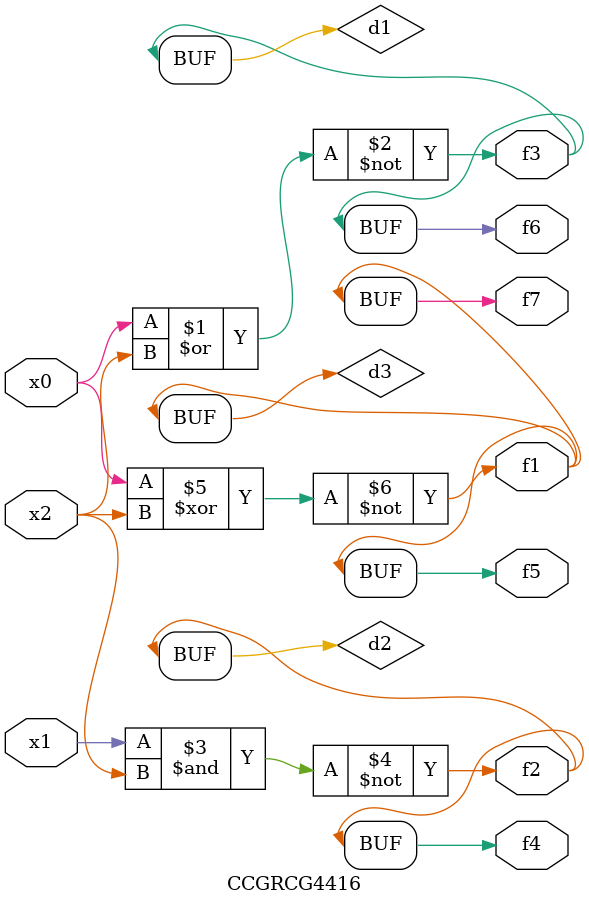
<source format=v>
module CCGRCG4416(
	input x0, x1, x2,
	output f1, f2, f3, f4, f5, f6, f7
);

	wire d1, d2, d3;

	nor (d1, x0, x2);
	nand (d2, x1, x2);
	xnor (d3, x0, x2);
	assign f1 = d3;
	assign f2 = d2;
	assign f3 = d1;
	assign f4 = d2;
	assign f5 = d3;
	assign f6 = d1;
	assign f7 = d3;
endmodule

</source>
